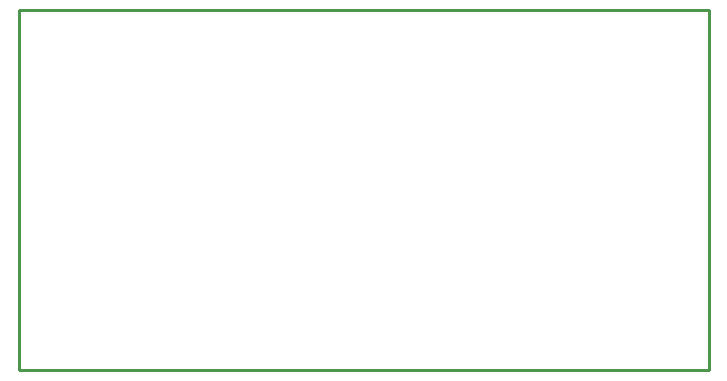
<source format=gbr>
G04 #@! TF.FileFunction,Paste,Bot*
%FSLAX46Y46*%
G04 Gerber Fmt 4.6, Leading zero omitted, Abs format (unit mm)*
G04 Created by KiCad (PCBNEW 4.0.1-3.201512221401+6198~38~ubuntu15.10.1-stable) date Tue 05 Apr 2016 01:32:55 PM EEST*
%MOMM*%
G01*
G04 APERTURE LIST*
%ADD10C,0.100000*%
%ADD11C,0.254000*%
G04 APERTURE END LIST*
D10*
D11*
X127000000Y-96520000D02*
X127000000Y-127000000D01*
X185420000Y-96520000D02*
X127000000Y-96520000D01*
X185420000Y-127000000D02*
X185420000Y-96520000D01*
X127000000Y-127000000D02*
X185420000Y-127000000D01*
M02*

</source>
